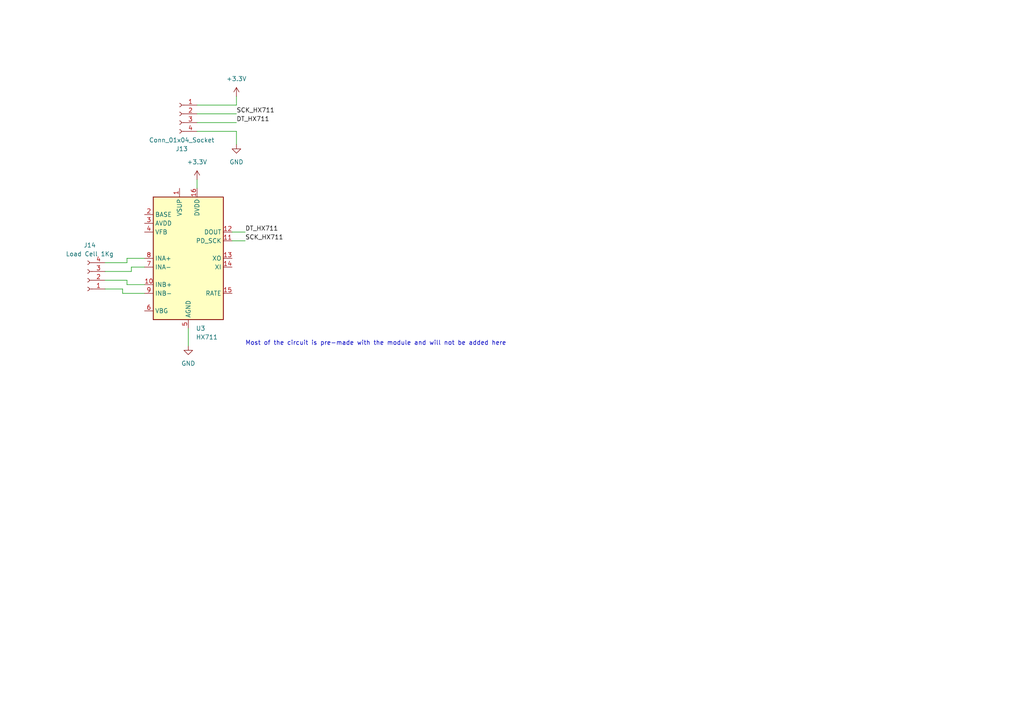
<source format=kicad_sch>
(kicad_sch (version 20230121) (generator eeschema)
  (paper "A4")
  (lib_symbols
    (symbol "Analog_ADC:HX711"
      (property "Reference" "U" (at 5.08 21.59 0))
      (property "Value" "HX711" (at 7.62 19.05 0))
      (symbol "HX711_0_1"
        (rectangle (start -10.16 17.78) (end 10.16 -17.78) (stroke (width 0.254)) (fill (type background)))
      )
      (symbol "HX711_1_1"
        (pin power_in line (at -2.54 20.32 270) (length 2.54) (name "VSUP") (number "1"))
        (pin input line (at -12.7 -7.62 0) (length 2.54) (name "INB+") (number "10"))
        (pin input line (at 12.7 5.08 180) (length 2.54) (name "PD_SCK") (number "11"))
        (pin output line (at 12.7 7.62 180) (length 2.54) (name "DOUT") (number "12"))
        (pin passive line (at 12.7 0 180) (length 2.54) (name "XO") (number "13"))
        (pin passive line (at 12.7 -2.54 180) (length 2.54) (name "XI") (number "14"))
        (pin input line (at 12.7 -10.16 180) (length 2.54) (name "RATE") (number "15"))
        (pin power_in line (at 2.54 20.32 270) (length 2.54) (name "DVDD") (number "16"))
        (pin passive line (at -12.7 12.7 0) (length 2.54) (name "BASE") (number "2"))
        (pin power_in line (at -12.7 10.16 0) (length 2.54) (name "AVDD") (number "3"))
        (pin input line (at -12.7 7.62 0) (length 2.54) (name "VFB") (number "4"))
        (pin power_in line (at 0 -20.32 90) (length 2.54) (name "AGND") (number "5"))
        (pin passive line (at -12.7 -15.24 0) (length 2.54) (name "VBG") (number "6"))
        (pin input line (at -12.7 -2.54 0) (length 2.54) (name "INA-") (number "7"))
        (pin input line (at -12.7 0 0) (length 2.54) (name "INA+") (number "8"))
        (pin input line (at -12.7 -10.16 0) (length 2.54) (name "INB-") (number "9"))
      )
    )
    (symbol "Connector:Conn_01x04_Socket" (pin_names (offset 1.016) hide)
      (property "Reference" "J" (at 0 5.08 0))
      (property "Value" "Conn_01x04_Socket" (at 0 -7.62 0))
      (symbol "Conn_01x04_Socket_1_1"
        (arc (start 0 -4.572) (mid -0.5058 -5.08) (end 0 -5.588) (stroke (width 0.1524)))
        (arc (start 0 -2.032) (mid -0.5058 -2.54) (end 0 -3.048) (stroke (width 0.1524)))
        (polyline (pts (xy -1.27 -5.08) (xy -0.508 -5.08)) (stroke (width 0.1524)))
        (polyline (pts (xy -1.27 -2.54) (xy -0.508 -2.54)) (stroke (width 0.1524)))
        (polyline (pts (xy -1.27 0) (xy -0.508 0)) (stroke (width 0.1524)))
        (polyline (pts (xy -1.27 2.54) (xy -0.508 2.54)) (stroke (width 0.1524)))
        (arc (start 0 0.508) (mid -0.5058 0) (end 0 -0.508) (stroke (width 0.1524)))
        (arc (start 0 3.048) (mid -0.5058 2.54) (end 0 2.032) (stroke (width 0.1524)))
        (pin passive line (at -5.08 2.54 0) (length 3.81) (name "Pin_1") (number "1"))
        (pin passive line (at -5.08 0 0) (length 3.81) (name "Pin_2") (number "2"))
        (pin passive line (at -5.08 -2.54 0) (length 3.81) (name "Pin_3") (number "3"))
        (pin passive line (at -5.08 -5.08 0) (length 3.81) (name "Pin_4") (number "4"))
      )
    )
    (symbol "power:+3.3V" (power) (pin_names (offset 0))
      (property "Value" "+3.3V" (at 0 3.556 0))
      (symbol "+3.3V_0_1"
        (polyline (pts (xy -0.762 1.27) (xy 0 2.54)))
        (polyline (pts (xy 0 0) (xy 0 2.54)))
        (polyline (pts (xy 0 2.54) (xy 0.762 1.27)))
      )
      (symbol "+3.3V_1_1"
        (pin power_in line (at 0 0 90) (length 0) hide (name "+3.3V") (number "1"))
      )
    )
    (symbol "power:GND" (power) (pin_names (offset 0))
      (property "Value" "GND" (at 0 -3.81 0))
      (symbol "GND_0_1"
        (polyline (pts (xy 0 0) (xy 0 -1.27) (xy 1.27 -1.27) (xy 0 -2.54) (xy -1.27 -1.27) (xy 0 -1.27)))
      )
      (symbol "GND_1_1"
        (pin power_in line (at 0 0 270) (length 0) hide (name "GND") (number "1"))
      )
    )
  )
  (wire (pts (xy 57.15 52.07) (xy 57.15 54.61)))
  (wire (pts (xy 57.15 35.56) (xy 68.58 35.56)))
  (wire (pts (xy 36.83 82.55) (xy 36.83 81.28)))
  (wire (pts (xy 41.91 74.93) (xy 36.83 74.93)))
  (wire (pts (xy 41.91 85.09) (xy 35.56 85.09)))
  (wire (pts (xy 68.58 38.1) (xy 57.15 38.1)))
  (wire (pts (xy 68.58 27.94) (xy 68.58 30.48)))
  (wire (pts (xy 54.61 95.25) (xy 54.61 100.33)))
  (wire (pts (xy 36.83 76.2) (xy 30.48 76.2)))
  (wire (pts (xy 36.83 81.28) (xy 30.48 81.28)))
  (wire (pts (xy 35.56 85.09) (xy 35.56 83.82)))
  (wire (pts (xy 57.15 33.02) (xy 68.58 33.02)))
  (wire (pts (xy 36.83 74.93) (xy 36.83 76.2)))
  (wire (pts (xy 38.1 77.47) (xy 38.1 78.74)))
  (wire (pts (xy 41.91 77.47) (xy 38.1 77.47)))
  (wire (pts (xy 41.91 82.55) (xy 36.83 82.55)))
  (wire (pts (xy 68.58 30.48) (xy 57.15 30.48)))
  (wire (pts (xy 38.1 78.74) (xy 30.48 78.74)))
  (wire (pts (xy 67.31 67.31) (xy 71.12 67.31)))
  (wire (pts (xy 67.31 69.85) (xy 71.12 69.85)))
  (wire (pts (xy 35.56 83.82) (xy 30.48 83.82)))
  (wire (pts (xy 68.58 41.91) (xy 68.58 38.1)))
  (text "Most of the circuit is pre-made with the module and will not be added here\n" (at 71.12 100.33 0) (effects (font (size 1.27 1.27)) (justify left bottom)))
  (label "DT_HX711" (at 68.58 35.56 0))
  (label "SCK_HX711" (at 68.58 33.02 0))
  (label "DT_HX711" (at 71.12 67.31 0))
  (label "SCK_HX711" (at 71.12 69.85 0))
  (symbol (lib_id "power:GND") (at 54.61 100.33 0) (unit 1)
    (property "Reference" "#PWR049" (effects hide))
    (property "Value" "GND" (at 54.61 105.41 0))
  )
  (symbol (lib_id "power:+3.3V") (at 57.15 52.07 0) (unit 1)
    (property "Reference" "#PWR050" (effects hide))
    (property "Value" "+3.3V" (at 57.15 46.99 0))
  )
  (symbol (lib_id "Connector:Conn_01x04_Socket") (at 25.4 81.28 180) (unit 1)
    (property "Reference" "J14" (at 26.035 71.12 0))
    (property "Value" "Load Cell 1Kg" (at 26.035 73.66 0))
  )
  (symbol (lib_id "power:GND") (at 68.58 41.91 0) (unit 1)
    (property "Reference" "#PWR048" (effects hide))
    (property "Value" "GND" (at 68.58 46.99 0))
  )
  (symbol (lib_id "power:+3.3V") (at 68.58 27.94 0) (unit 1)
    (property "Reference" "#PWR047" (effects hide))
    (property "Value" "+3.3V" (at 68.58 22.86 0))
  )
  (symbol (lib_id "Connector:Conn_01x04_Socket") (at 52.07 33.02 0) (mirror y) (unit 1)
    (property "Reference" "J13" (at 52.705 43.18 0))
    (property "Value" "Conn_01x04_Socket" (at 52.705 40.64 0))
  )
  (symbol (lib_id "Analog_ADC:HX711") (at 54.61 74.93 0) (unit 1)
    (property "Reference" "U3" (at 56.8041 95.25 0) (effects (justify left)))
    (property "Value" "HX711" (at 56.8041 97.79 0) (effects (justify left)))
    (property "Footprint" "Package_SO:SOP-16_3.9x9.9mm_P1.27mm" (effects hide))
    (property "Datasheet" "https://cdn.sparkfun.com/datasheets/Sensors/ForceFlex/hx711_english.pdf" (effects hide))
  )
)
</source>
